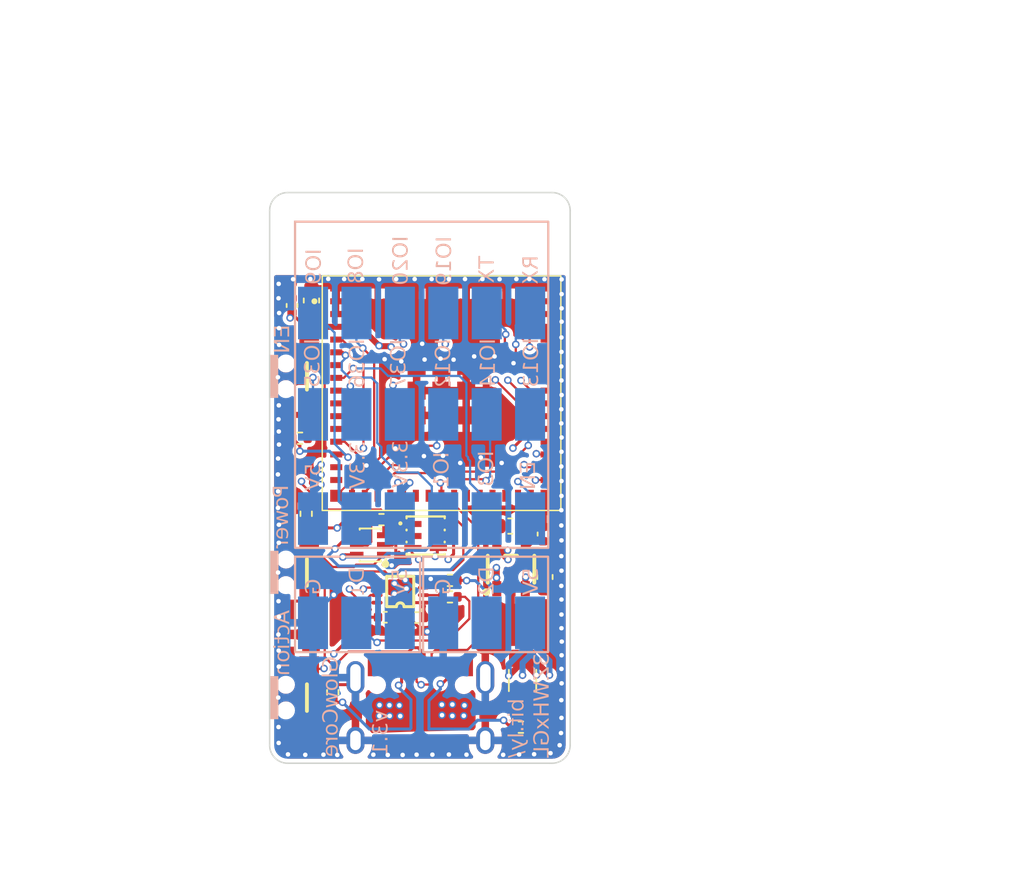
<source format=kicad_pcb>
(kicad_pcb (version 20221018) (generator pcbnew)
  (layers (0 "F.Cu" signal) (1 "In1.Cu" signal) (2 "In2.Cu" signal) (31 "B.Cu" signal) (34 "B.Paste" user) (35 "F.Paste" user) (36 "B.SilkS" user "B.Silkscreen") (37 "F.SilkS" user "F.Silkscreen") (38 "B.Mask" user) (39 "F.Mask" user) (44 "Edge.Cuts" user))
  (net 0 "")
  (net 1 "GND")
  (net 2 "+3V3")
  (net 3 "EN")
  (net 4 "VBUS")
  (net 5 "LED1 DATA OUT")
  (net 6 "LED2 DATA OUT")
  (net 7 "IO9{slash}I2C SCL")
  (net 8 "IO8{slash}I2C SDA")
  (net 9 "IO36{slash}SPI SCK")
  (net 10 "IO37{slash}SPI MI")
  (net 11 "IO35{slash}SPI MO")
  (net 12 "TXD0")
  (net 13 "RXD0")
  (net 15 "USB-C CC1")
  (net 16 "USB-C CC2")
  (net 18 "IO40{slash}STATUS LED DATA")
  (net 19 "IO39{slash}STATUS LED CLOCK")
  (net 20 "IO1{slash}POWERBUTTON")
  (net 21 "Net-(U7-BYP)")
  (net 22 "Net-(U11-1A)")
  (net 23 "Net-(U6-A1)")
  (net 25 "Net-(U6-A2)")
  (net 28 "IO0{slash}BOOT")
  (net 29 "IO3{slash}ACTIONBUTTON")
  (net 31 "IO12{slash}I2S WS")
  (net 32 "IO13{slash}I2S SCK")
  (net 33 "IO14{slash}I2S SD")
  (net 36 "IO19{slash}USB D-")
  (net 37 "IO20{slash}USB D+")
  (net 45 "IO41{slash}LED2")
  (net 46 "IO42{slash}LED1")
  (footprint "Capacitor_SMD:C_0402_1005Metric" (layer "F.Cu") (at 166.797719 86.07 -90)
    (fp_text reference "C7" hide)
    (fp_text value "10nF")
  )
  (footprint "Resistor_SMD:R_0402_1005Metric" (layer "F.Cu") (at 151.0338 84.72 90)
    (fp_text reference "R1" hide)
    (fp_text value "100K")
  )
  (footprint "Capacitor_SMD:C_0402_1005Metric" (layer "F.Cu") (at 150.0938 70.85 -90)
    (fp_text reference "C3" hide)
    (fp_text value "1uF")
  )
  (footprint "Resistor_SMD:R_0402_1005Metric" (layer "F.Cu") (at 165.3238 98.93 180)
    (fp_text reference "R7" hide)
    (fp_text value "5.1K")
  )
  (footprint "Capacitor_SMD:C_0402_1005Metric" (layer "F.Cu") (at 156.2938 91.61)
    (fp_text reference "C5" hide)
    (fp_text value "0.1uF")
  )
  (footprint "footprint:ESP32-S3-MINI-1-N8" (layer "F.Cu") (at 160.0338 76.52)
    (fp_text reference "U3" hide)
    (fp_text value "ESP32-S3-MINI-1-N4R2")
  )
  (footprint "footprint:SOT-363_L2.0-W1.3-P0.65-LS2.1-BR" (layer "F.Cu") (at 155.296761 86.7998)
    (fp_text reference "U11" hide)
    (fp_text value "74LVC2G04DW-7")
  )
  (footprint "Resistor_SMD:R_0402_1005Metric" (layer "F.Cu") (at 160.602269 89.155902)
    (fp_text reference "R11" hide)
    (fp_text value "62")
  )
  (footprint "Capacitor_SMD:C_0603_1608Metric" (layer "F.Cu") (at 164.617719 85.54 180)
    (fp_text reference "C8" hide)
    (fp_text value "10uF")
  )
  (footprint "Capacitor_SMD:C_1206_3216Metric" (layer "F.Cu") (at 165.4338 95.82 -90)
    (fp_text reference "C1" hide)
    (fp_text value "220uF")
  )
  (footprint "Capacitor_SMD:C_0603_1608Metric" (layer "F.Cu") (at 166.9238 88.93 -90)
    (fp_text reference "C6" hide)
    (fp_text value "10uF")
  )
  (footprint "Resistor_SMD:R_0402_1005Metric" (layer "F.Cu") (at 152.8038 96.61 -90)
    (fp_text reference "R6" hide)
    (fp_text value "5.1K")
  )
  (footprint "footprint:SOT-23-5_L3.0-W1.7-P0.95-LS2.8-BR" (layer "F.Cu") (at 164.66777 88.41 -90)
    (fp_text reference "U7" hide)
    (fp_text value "SPX3819M5-L-3-3_TR")
  )
  (footprint "footprint:VSSOP-8_L2.4-W2.1-P0.50-LS3.2-BR" (layer "F.Cu") (at 157.292269 89.895902)
    (fp_text reference "U6" hide)
    (fp_text value "SN74LVC2T45DCUR")
  )
  (footprint "footprint:SW-SMD_TS24CA" (layer "F.Cu") (at 149.4088 75.56514 90)
    (fp_text reference "SW3" hide)
    (fp_text value "TS24CA")
  )
  (footprint "Resistor_SMD:R_0402_1005Metric" (layer "F.Cu") (at 160.602269 90.250902)
    (fp_text reference "R10" hide)
    (fp_text value "62")
  )
  (footprint "footprint:SW-SMD_TS24CA" (layer "F.Cu") (at 149.4088 96.96 90)
    (fp_text reference "SW2" hide)
    (fp_text value "TS24CA")
  )
  (footprint "Resistor_SMD:R_0402_1005Metric" (layer "F.Cu") (at 156.0438 85.11)
    (fp_text reference "R2" hide)
    (fp_text value "100K")
  )
  (footprint "footprint:USB-3.1-SMD_U262-161N-4BVC11" (layer "F.Cu") (at 158.5338 98.517465)
    (fp_text reference "USB1" hide)
    (fp_text value "U262-161N-4BVC11")
  )
  (footprint "footprint:LED-SMD_6P-L2.0-W2.0-P0.80-TL" (layer "F.Cu") (at 158.9838 86.17)
    (fp_text reference "U1" hide)
    (fp_text value "SK9822-EC20")
  )
  (footprint "Capacitor_SMD:C_0603_1608Metric" (layer "F.Cu") (at 151.3838 70.52 -90)
    (fp_text reference "C2" hide)
    (fp_text value "10uF")
  )
  (footprint "Capacitor_SMD:C_0402_1005Metric" (layer "F.Cu") (at 158.3938 91.63 180)
    (fp_text reference "C4" hide)
    (fp_text value "0.1uF")
  )
  (footprint "footprint:SW-SMD_TS24CA" (layer "F.Cu") (at 149.4088 88.62 90)
    (fp_text reference "SW1" hide)
    (fp_text value "TS24CA")
  )
  (footprint "Resistor_SMD:R_0402_1005Metric" (layer "F.Cu") (at 150.6238 79.69)
    (fp_text reference "R8" hide)
    (fp_text value "5.1K")
  )
  (footprint "footprint:Solder pad" (layer "B.Cu") (at 162.974296 71.3 180)
    (fp_text reference "P12" hide)
    (fp_text value "Solder_Pad")
  )
  (footprint "footprint:Solder pad" (layer "B.Cu") (at 162.968016 84.99 180)
    (fp_text reference "P15" hide)
    (fp_text value "Solder_Pad")
  )
  (footprint "footprint:Solder pad" (layer "B.Cu") (at 154.299504 78.05 180)
    (fp_text reference "P9" hide)
    (fp_text value "Solder_Pad")
  )
  (footprint "footprint:Solder pad" (layer "B.Cu") (at 165.85752 84.99 180)
    (fp_text reference "P14" hide)
    (fp_text value "Solder_Pad")
  )
  (footprint "footprint:Solder pad" (layer "B.Cu") (at 154.305784 71.3 180)
    (fp_text reference "P8" hide)
    (fp_text value "Solder_Pad")
  )
  (footprint "footprint:Solder pad" (layer "B.Cu") (at 162.968016 78.05 180)
    (fp_text reference "P22" hide)
    (fp_text value "Solder_Pad")
  )
  (footprint "footprint:Solder pad" (layer "B.Cu") (at 151.41 84.99 180)
    (fp_text reference "P20" hide)
    (fp_text value "Solder_Pad")
  )
  (footprint "footprint:Solder pad" (layer "B.Cu") (at 154.299504 84.99 180)
    (fp_text reference "P17" hide)
    (fp_text value "Solder_Pad")
  )
  (footprint "footprint:Solder pad" (layer "B.Cu") (at 157.1838 91.93 180)
    (fp_text reference "P1" hide)
    (fp_text value "Solder_Pad")
  )
  (footprint "footprint:Solder pad" (layer "B.Cu") (at 160.078512 78.05 180)
    (fp_text reference "P19" hide)
    (fp_text value "Solder_Pad")
  )
  (footprint "footprint:Solder pad" (layer "B.Cu") (at 162.96628 91.93 180)
    (fp_text reference "P5" hide)
    (fp_text value "Solder_Pad")
  )
  (footprint "footprint:Solder pad" (layer "B.Cu") (at 160.07504 91.93 180)
    (fp_text reference "P6" hide)
    (fp_text value "Solder_Pad")
  )
  (footprint "footprint:Solder pad" (layer "B.Cu") (at 160.078512 84.99 180)
    (fp_text reference "P16" hide)
    (fp_text value "Solder_Pad")
  )
  (footprint "footprint:Solder pad" (layer "B.Cu") (at 151.41628 71.3 180)
    (fp_text reference "P7" hide)
    (fp_text value "Solder_Pad")
  )
  (footprint "footprint:Solder pad" (layer "B.Cu") (at 165.85752 78.05 180)
    (fp_text reference "P21" hide)
    (fp_text value "Solder_Pad")
  )
  (footprint "footprint:Solder pad" (layer "B.Cu") (at 165.8638 71.3 180)
    (fp_text reference "P13" hide)
    (fp_text value "Solder_Pad")
  )
  (footprint "footprint:Solder pad" (layer "B.Cu") (at 157.189008 84.99 180)
    (fp_text reference "P18" hide)
    (fp_text value "Solder_Pad")
  )
  (footprint "footprint:Solder pad" (layer "B.Cu") (at 154.29256 91.93 180)
    (fp_text reference "P2" hide)
    (fp_text value "Solder_Pad")
  )
  (footprint "footprint:Solder pad" (layer "B.Cu") (at 157.195288 71.3 180)
    (fp_text reference "P24" hide)
    (fp_text value "Solder_Pad")
  )
  (footprint "footprint:Solder pad" (layer "B.Cu") (at 165.85752 91.93 180)
    (fp_text reference "P4" hide)
    (fp_text value "Solder_Pad")
  )
  (footprint "footprint:Solder pad" (layer "B.Cu") (at 157.189008 78.05 180)
    (fp_text reference "P10" hide)
    (fp_text value "Solder_Pad")
  )
  (footprint "footprint:Solder pad" (layer "B.Cu") (at 151.41 91.93 180)
    (fp_text reference "P3" hide)
    (fp_text value "Solder_Pad")
  )
  (footprint "footprint:Solder pad" (layer "B.Cu") (at 160.084792 71.3 180)
    (fp_text reference "P23" hide)
    (fp_text value "Solder_Pad")
  )
  (footprint "footprint:Solder pad" (layer "B.Cu") (at 151.41 78.05 180)
    (fp_text reference "P11" hide)
    (fp_text value "Solder_Pad")
  )
  (gr_rect locked (start 148.5738 95.53) (end 149.1838 98.4) (fill solid) (layer "B.SilkS"))
  (gr_rect locked (start 150.2938 65.27) (end 167.1438 86.99) (stroke (width 0.15)) (fill none) (layer "B.SilkS"))
  (gr_rect locked (start 148.5838 87.185) (end 149.1938 90.055) (fill solid) (layer "B.SilkS"))
  (gr_rect locked (start 150.2938 87.58) (end 158.6138 93.93) (stroke (width 0.15)) (fill none) (layer "B.SilkS"))
  (gr_rect locked (start 158.8138 87.58) (end 167.1338 93.93) (stroke (width 0.15)) (fill none) (layer "B.SilkS"))
  (gr_rect locked (start 148.5638 74.135) (end 149.1738 77.005) (fill solid) (layer "B.SilkS"))
  (gr_arc locked (start 168.602328 100.13) (mid 168.250856 100.978528) (end 167.402328 101.33) (stroke (width 0.1)) (layer "Edge.Cuts"))
  (gr_line locked (start 167.402328 63.33) (end 149.802328 63.33) (stroke (width 0.1)) (layer "Edge.Cuts"))
  (gr_arc locked (start 149.802328 101.33) (mid 148.9538 100.978528) (end 148.602328 100.13) (stroke (width 0.1)) (layer "Edge.Cuts"))
  (gr_line locked (start 168.602328 100.13) (end 168.602328 64.53) (stroke (width 0.1)) (layer "Edge.Cuts"))
  (gr_line locked (start 149.802328 101.33) (end 167.402328 101.33) (stroke (width 0.1)) (layer "Edge.Cuts"))
  (gr_arc locked (start 148.602328 64.53) (mid 148.9538 63.681472) (end 149.802328 63.33) (stroke (width 0.1)) (layer "Edge.Cuts"))
  (gr_arc locked (start 167.402328 63.33) (mid 168.250856 63.681472) (end 168.602328 64.53) (stroke (width 0.1)) (layer "Edge.Cuts"))
  (gr_line locked (start 148.602328 64.53) (end 148.602328 100.13) (stroke (width 0.1)) (layer "Edge.Cuts"))
  (gr_text locked "TX" (at 163.6838 68.46 90) (layer "B.SilkS") (effects (font (size 1 1)) (justify bottom mirror)))
  (gr_text locked "Power" (at 149.9938 84.91 90) (layer "B.SilkS") (effects (font (size 1 1)) (justify bottom mirror)))
  (gr_text locked "Action" (at 150.0738 93.32 90) (layer "B.SilkS") (effects (font (size 1 1)) (justify bottom mirror)))
  (gr_text locked "IO9" (at 152.1738 68.27 90) (layer "B.SilkS") (effects (font (size 1 1)) (justify bottom mirror)))
  (gr_text locked "G" (at 152.1438 89.581968 90) (layer "B.SilkS") (effects (font (size 1 1)) (justify bottom mirror)))
  (gr_text locked "GlowCore" (at 153.2938 97.56 90) (layer "B.SilkS") (effects (font (size 1 1)) (justify bottom mirror)))
  (gr_text locked "IO37" (at 157.8038 74.73 90) (layer "B.SilkS") (effects (font (size 1 1)) (justify bottom mirror)))
  (gr_text locked "IO12" (at 160.7838 74.7 90) (layer "B.SilkS") (effects (font (size 1 1)) (justify bottom mirror)))
  (gr_text locked "3.3V" (at 155.0938 83.06 90) (layer "B.SilkS") (effects (font (size 1 1)) (justify right bottom mirror)))
  (gr_text locked "5V" (at 157.9038 89.29 90) (layer "B.SilkS") (effects (font (size 1 1)) (justify bottom mirror)))
  (gr_text locked "IO19" (at 160.8438 67.89 90) (layer "B.SilkS") (effects (font (size 1 1)) (justify bottom mirror)))
  (gr_text locked "D1" (at 155.0438 89.244424 90) (layer "B.SilkS") (effects (font (size 1 1)) (justify bottom mirror)))
  (gr_text locked "IO20" (at 157.9538 67.86 90) (layer "B.SilkS") (effects (font (size 1 1)) (justify bottom mirror)))
  (gr_text locked "EN" (at 150.0738 73.09 90) (layer "B.SilkS") (effects (font (size 1 1)) (justify bottom mirror)))
  (gr_text locked "IO14" (at 163.7638 74.69 90) (layer "B.SilkS") (effects (font (size 1 1)) (justify bottom mirror)))
  (gr_text locked "bit.ly/\n3ZWHxGL" (at 167.3438 100.97 90) (layer "B.SilkS") (effects (font (size 1 1)) (justify right bottom mirror)))
  (gr_text locked "RX" (at 166.6038 68.48 90) (layer "B.SilkS") (effects (font (size 1 1)) (justify bottom mirror)))
  (gr_text locked "IO8" (at 154.9838 68.2 90) (layer "B.SilkS") (effects (font (size 1 1)) (justify bottom mirror)))
  (gr_text locked "IO1" (at 160.6738 81.8 90) (layer "B.SilkS") (effects (font (size 1 1)) (justify bottom mirror)))
  (gr_text locked "IO13" (at 166.6338 74.66 90) (layer "B.SilkS") (effects (font (size 1 1)) (justify bottom mirror)))
  (gr_text locked "v3.1" (at 156.6138 100.83 90) (layer "B.SilkS") (effects (font (size 1 1)) (justify right bottom mirror)))
  (gr_text locked "EN" (at 166.4338 82.17 90) (layer "B.SilkS") (effects (font (size 1 1)) (justify bottom mirror)))
  (gr_text locked "IO3" (at 163.6438 81.72 90) (layer "B.SilkS") (effects (font (size 1 1)) (justify bottom mirror)))
  (gr_text locked "5V" (at 166.6138 89.23 90) (layer "B.SilkS") (effects (font (size 1 1)) (justify bottom mirror)))
  (gr_text locked "IO36" (at 155.0538 74.7 90) (layer "B.SilkS") (effects (font (size 1 1)) (justify bottom mirror)))
  (gr_text locked "D2" (at 163.6738 89.210719 90) (layer "B.SilkS") (effects (font (size 1 1)) (justify bottom mirror)))
  (gr_text locked "3.3V" (at 157.9438 83 90) (layer "B.SilkS") (effects (font (size 1 1)) (justify right bottom mirror)))
  (gr_text locked "G" (at 160.7938 89.58 90) (layer "B.SilkS") (effects (font (size 1 1)) (justify bottom mirror)))
  (gr_text locked "5V" (at 152.1338 83.19 90) (layer "B.SilkS") (effects (font (size 1 1)) (justify right bottom mirror)))
  (gr_text locked "IO35" (at 152.0838 74.69 90) (layer "B.SilkS") (effects (font (size 1 1)) (justify bottom mirror)))
  (segment (start 156.76397 86.799698) (end 156.196685 86.799698) (width 0.2) (layer "F.Cu") (net 1))
  (segment (start 152.8038 96.1) (end 153.843632 96.1) (width 0.2) (layer "F.Cu") (net 1))
  (segment (start 157.9138 91.672965) (end 158.800835 92.56) (width 0.2) (layer "F.Cu") (net 1))
  (segment (start 156.996685 87.819601) (end 156.7238 88.092486) (width 0.2) (layer "F.Cu") (net 1))
  (segment (start 156.547322 80.371498) (end 155.414358 81.504462) (width 0.15) (layer "F.Cu") (net 1))
  (segment (start 153.056064 89.137736) (end 152.869258 89.324542) (width 0.15) (layer "F.Cu") (net 1))
  (segment (start 155.742358 89.137736) (end 153.056064 89.137736) (width 0.15) (layer "F.Cu") (net 1))
  (segment (start 155.043149 81.510651) (end 155.043149 81.504462) (width 0.127) (layer "F.Cu") (net 1))
  (segment (start 159.242518 89.137736) (end 159.322769 89.057485) (width 0.2) (layer "F.Cu") (net 1))
  (segment (start 156.963734 86.599934) (end 156.76397 86.799698) (width 0.2) (layer "F.Cu") (net 1))
  (segment (start 153.843632 96.1) (end 154.313759 95.629873) (width 0.2) (layer "F.Cu") (net 1))
  (segment (start 158.800835 92.56) (end 159.0938 92.56) (width 0.2) (layer "F.Cu") (net 1))
  (segment (start 155.414358 81.504462) (end 155.043149 81.504462) (width 0.15) (layer "F.Cu") (net 1))
  (segment (start 156.7238 88.092486) (end 156.7238 88.16) (width 0.2) (layer "F.Cu") (net 1))
  (segment (start 157.9138 91.63) (end 157.9138 91.672965) (width 0.2) (layer "F.Cu") (net 1))
  (segment (start 156.7738 91.61) (end 156.7738 91.652965) (width 0.2) (layer "F.Cu") (net 1))
  (segment (start 150.271361 90.532439) (end 149.6138 91.19) (width 0.2) (layer "F.Cu") (net 1))
  (segment (start 156.7738 91.61) (end 157.8938 91.61) (width 0.2) (layer "F.Cu") (net 1))
  (segment (start 158.1362 86.199972) (end 157.363696 86.199972) (width 0.2) (layer "F.Cu") (net 1))
  (segment (start 152.869258 89.324542) (end 152.869258 90.12) (width 0.15) (layer "F.Cu") (net 1))
  (segment (start 157.8938 91.61) (end 157.9138 91.63) (width 0.2) (layer "F.Cu") (net 1))
  (segment (start 156.996685 86.632885) (end 156.996685 87.819601) (width 0.2) (layer "F.Cu") (net 1))
  (segment (start 156.963734 86.599934) (end 156.996685 86.632885) (width 0.2) (layer "F.Cu") (net 1))
  (segment (start 156.967887 80.371498) (end 156.547322 80.371498) (width 0.15) (layer "F.Cu") (net 1))
  (segment (start 151.241271 90.532439) (end 150.271361 90.532439) (width 0.2) (layer "F.Cu") (net 1))
  (segment (start 153.0338 83.52) (end 155.043149 81.510651) (width 0.127) (layer "F.Cu") (net 1))
  (segment (start 157.363696 86.199972) (end 156.963734 86.599934) (width 0.2) (layer "F.Cu") (net 1))
  (segment (start 158.84218 89.137736) (end 159.242518 89.137736) (width 0.2) (layer "F.Cu") (net 1))
  (segment (start 150.58371 78.13514) (end 149.6138 78.13514) (width 0.4) (layer "F.Cu") (net 1))
  (segment (start 151.241271 77.477579) (end 150.58371 78.13514) (width 0.15) (layer "F.Cu") (net 1))
  (via (at 157.4538 100.78) (size 0.5) (drill 0.3) (layers "F.Cu" "B.Cu") (net 1))
  (via (at 168.0338 71.04) (size 0.5) (drill 0.3) (layers "F.Cu" "B.Cu") (net 1))
  (via (at 168.0238 80.59) (size 0.5) (drill 0.3) (layers "F.Cu" "B.Cu") (net 1))
  (via (at 159.9738 74.39) (size 0.5) (drill 0.3) (layers "F.Cu" "B.Cu") (net 1))
  (via (at 168.0338 79.64) (size 0.5) (drill 0.3) (layers "F.Cu" "B.Cu") (net 1))
  (via (at 149.1938 78.43) (size 0.5) (drill 0.3) (layers "F.Cu" "B.Cu") (net 1))
  (via (at 162.2138 74.2405) (size 0.5) (drill 0.3) (layers "F.Cu" "B.Cu") (net 1))
  (via (at 168.0138 78.7) (size 0.5) (drill 0.3) (layers "F.Cu" "B.Cu") (net 1))
  (via (at 149.2238 72.36) (size 0.5) (drill 0.3) (layers "F.Cu" "B.Cu") (net 1))
  (via (at 162.7638 69.09) (size 0.5) (drill 0.3) (layers "F.Cu" "B.Cu") (net 1))
  (via (at 149.1738 96.96) (size 0.5) (drill 0.3) (layers "F.Cu" "B.Cu") (net 1))
  (via (at 168.0138 89.52) (size 0.5) (drill 0.3) (layers "F.Cu" "B.Cu") (net 1))
  (via (at 157.3638 74.57) (size 0.5) (drill 0.3) (layers "F.Cu" "B.Cu") (net 1))
  (via (at 165.0238 69.09) (size 0.5) (drill 0.3) (layers "F.Cu" "B.Cu") (net 1))
  (via (at 164.044027 81.336) (size 0.5) (drill 0.3) (layers "F.Cu" "B.Cu") (net 1))
  (via (at 168.0238 75.84) (size 0.5) (drill 0.3) (layers "F.Cu" "B.Cu") (net 1))
  (via (at 149.2138 77.5) (size 0.5) (drill 0.3) (layers "F.Cu" "B.Cu") (net 1))
  (via (at 168.0138 87.54) (size 0.5) (drill 0.3) (layers "F.Cu" "B.Cu") (net 1))
  (via (at 160.5238 69.09) (size 0.5) (drill 0.3) (layers "F.Cu" "B.Cu") (net 1))
  (via (at 168.0338 71.93) (size 0.5) (drill 0.3) (layers "F.Cu" "B.Cu") (net 1))
  (via (at 168.0238 95.05) (size 0.5) (drill 0.3) (layers "F.Cu" "B.Cu") (net 1))
  (via (at 149.1538 75.63) (size 0.5) (drill 0.3) (layers "F.Cu" "B.Cu") (net 1))
  (via (at 155.5038 100.76) (size 0.5) (drill 0.3) (layers "F.Cu" "B.Cu") (net 1))
  (via (at 166.8938 69.1) (size 0.5) (drill 0.3) (layers "F.Cu" "B.Cu") (net 1))
  (via (at 168.0338 94.14) (size 0.5) (drill 0.3) (layers "F.Cu" "B.Cu") (net 1))
  (via (at 156.254451 74.426186) (size 0.5) (drill 0.3) (layers "F.Cu" "B.Cu") (net 1))
  (via (at 161.2867 81.336) (size 0.5) (drill 0.3) (layers "F.Cu" "B.Cu") (net 1))
  (via (at 167.9938 99.32) (size 0.5) (drill 0.3) (layers "F.Cu" "B.Cu") (net 1))
  (via (at 156.4638 100.78) (size 0.5) (drill 0.3) (layers "F.Cu" "B.Cu") (net 1))
  (via (at 168.0138 84.48) (size 0.5) (drill 0.3) (layers "F.Cu" "B.Cu") (net 1))
  (via (at 154.7738 69.09) (size 0.5) (drill 0.3) (layers "F.Cu" "B.Cu") (net 1))
  (via (at 149.2238 85.45) (size 0.5) (drill 0.3) (layers "F.Cu" "B.Cu") (net 1))
  (via (at 149.1938 90.54) (size 0.5) (drill 0.3) (layers "F.Cu" "B.Cu") (net 1))
  (via (at 168.0138 97.13) (size 0.5) (drill 0.3) (layers "F.Cu" "B.Cu") (net 1))
  (via (at 168.0138 81.57) (size 0.5) (drill 0.3) (layers "F.Cu" "B.Cu") (net 1))
  (via (at 149.1638 81.04) (size 0.5) (drill 0.3) (layers "F.Cu" "B.Cu") (net 1))
  (via (at 166.2038 100.73) (size 0.5) (drill 0.3) (layers "F.Cu" "B.Cu") (net 1))
  (via (at 167.9038 100.13) (size 0.5) (drill 0.3) (layers "F.Cu" "B.Cu") (net 1))
  (via (at 168.0238 83.53) (size 0.5) (drill 0.3) (layers "F.Cu" "B.Cu") (net 1))
  (via (at 164.832567 74.691233) (size 0.5) (drill 0.3) (layers "F.Cu" "B.Cu") (net 1))
  (via (at 149.1538 82.1) (size 0.5) (drill 0.3) (layers "F.Cu" "B.Cu") (net 1))
  (via (at 168.0238 82.54) (size 0.5) (drill 0.3) (layers "F.Cu" "B.Cu") (net 1))
  (via (at 157.0238 69.09) (size 0.5) (drill 0.3) (layers "F.Cu" "B.Cu") (net 1))
  (via (at 153.5638 69.09) (size 0.5) (drill 0.3) (layers "F.Cu" "B.Cu") (net 1))
  (via (at 155.043149 81.504462) (size 0.5) (drill 0.3) (layers "F.Cu" "B.Cu") (net 1))
  (via (at 149.2238 91.58) (size 0.5) (drill 0.3) (layers "F.Cu" "B.Cu") (net 1))
  (via (at 168.0238 88.51) (size 0.5) (drill 0.3) (layers "F.Cu" "B.Cu") (net 1))
  (via (at 152.869258 90.12) (size 0.5) (drill 0.3) (layers "F.Cu" "B.Cu") (net 1))
  (via (at 156.967887 80.371498) (size 0.5) (drill 0.3) (layers "F.Cu" "B.Cu") (net 1))
  (via (at 159.3838 69.09) (size 0.5) (drill 0.3) (layers "F.Cu" "B.Cu") (net 1))
  (via (at 164.1438 100.77) (size 0.5) (drill 0.3) (layers "F.Cu" "B.Cu") (net 1))
  (via (at 149.2238 80.11) (size 0.5) (drill 0.3) (layers "F.Cu" "B.Cu") (net 1))
  (via (at 161.7038 100.76) (size 0.5) (drill 0.3) (layers "F.Cu" "B.Cu") (net 1))
  (via (at 168.0338 69.11) (size 0.5) (drill 0.3) (layers "F.Cu" "B.Cu") (net 1))
  (via (at 168.0338 76.81) (size 0.5) (drill 0.3) (layers "F.Cu" "B.Cu") (net 1))
  (via (at 168.0338 70.09) (size 0.5) (drill 0.3) (layers "F.Cu" "B.Cu") (net 1))
  (via (at 150.9738 100.77) (size 0.5) (drill 0.3) (layers "F.Cu" "B.Cu") (net 1))
  (via (at 149.1838 92.76) (size 0.5) (drill 0.3) (layers "F.Cu" "B.Cu") (net 1))
  (via (at 153.1038 100.78) (size 0.5) (drill 0.3) (layers "F.Cu" "B.Cu") (net 1))
  (via (at 160.8438 74.46) (size 0.5) (drill 0.3) (layers "F.Cu" "B.Cu") (net 1))
  (via (at 152.5038 69.08) (size 0.5) (drill 0.3) (layers "F.Cu" "B.Cu") (net 1))
  (via (at 149.2038 93.83) (size 0.5) (drill 0.3) (layers "F.Cu" "B.Cu") (net 1))
  (via (at 168.0238 90.43) (size 0.5) (drill 0.3) (layers "F.Cu" "B.Cu") (net 1))
  (via (at 158.3838 100.76) (size 0.5) (drill 0.3) (layers "F.Cu" "B.Cu") (net 1))
  (via (at 159.4338 100.76) (size 0.5) (drill 0.3) (layers "F.Cu" "B.Cu") (net 1))
  (via (at 151.3138 69.09) (size 0.5) (drill 0.3) (layers "F.Cu" "B.Cu") (net 1))
  (via (at 149.2138 86.65) (size 0.5) (drill 0.3) (layers "F.Cu" "B.Cu") (net 1))
  (via (at 149.1638 83.23) (size 0.5) (drill 0.3) (layers "F.Cu" "B.Cu") (net 1))
  (via (at 165.8838 69.09) (size 0.5) (drill 0.3) (layers "F.Cu" "B.Cu") (net 1))
  (via (at 161.6038 69.09) (size 0.5) (drill 0.3) (layers "F.Cu" "B.Cu") (net 1))
  (via (at 165.2038 100.75) (size 0.5) (drill 0.3) (layers "F.Cu" "B.Cu") (net 1))
  (via (at 149.2138 79.24) (size 0.5) (drill 0.3) (layers "F.Cu" "B.Cu") (net 1))
  (via (at 152.1838 100.76) (size 0.5) (drill 0.3) (layers "F.Cu" "B.Cu") (net 1))
  (via (at 168.0238 98.31) (size 0.5) (drill 0.3) (layers "F.Cu" "B.Cu") (net 1))
  (via (at 149.1538 84.33) (size 0.5) (drill 0.3) (layers "F.Cu" "B.Cu") (net 1))
  (via (at 158.7538 73.4) (size 0.5) (drill 0.3) (layers "F.Cu" "B.Cu") (net 1))
  (via (at 155.8838 69.11) (size 0.5) (drill 0.3) (layers "F.Cu" "B.Cu") (net 1))
  (via (at 158.9138 74.45) (size 0.5) (drill 0.3) (layers "F.Cu" "B.Cu") (net 1))
  (via (at 160.137862 80.859906) (size 0.5) (drill 0.3) (layers "F.Cu" "B.Cu") (net 1))
  (via (at 149.1938 98.92) (size 0.5) (drill 0.3) (layers "F.Cu" "B.Cu") (net 1))
  (via (at 168.0238 72.98) (size 0.5) (drill 0.3) (layers "F.Cu" "B.Cu") (net 1))
  (via (at 149.2038 99.98) (size 0.5) (drill 0.3) (layers "F.Cu" "B.Cu") (net 1))
  (via (at 159.0938 92.56) (size 0.5) (drill 0.3) (layers "F.Cu" "B.Cu") (net 1))
  (via (at 168.0238 73.94) (size 0.5) (drill 0.3) (layers "F.Cu" "B.Cu") (net 1))
  (via (at 162.655033 80.971233) (size 0.5) (drill 0.3) (layers "F.Cu" "B.Cu") (net 1))
  (via (at 168.0138 74.91) (size 0.5) (drill 0.3) (layers "F.Cu" "B.Cu") (net 1))
  (via (at 167.2938 100.66) (size 0.5) (drill 0.3) (layers "F.Cu" "B.Cu") (net 1))
  (via (at 158.870791 80.880999) (size 0.5) (drill 0.3) (layers "F.Cu" "B.Cu") (net 1))
  (via (at 149.8238 100.74) (size 0.5) (drill 0.3) (layers "F.Cu" "B.Cu") (net 1))
  (via (at 163.571469 74.2405) (size 0.5) (drill 0.3) (layers "F.Cu" "B.Cu") (net 1))
  (via (at 168.0338 96.01) (size 0.5) (drill 0.3) (layers "F.Cu" "B.Cu") (net 1))
  (via (at 149.2138 94.9) (size 0.5) (drill 0.3) (layers "F.Cu" "B.Cu") (net 1))
  (via (at 168.0138 77.76) (size 0.5) (drill 0.3) (layers "F.Cu" "B.Cu") (net 1))
  (via (at 168.0138 85.5) (size 0.5) (drill 0.3) (layers "F.Cu" "B.Cu") (net 1))
  (via (at 160.5338 100.75) (size 0.5) (drill 0.3) (layers "F.Cu" "B.Cu") (net 1))
  (via (at 158.2538 69.09) (size 0.5) (drill 0.3) (layers "F.Cu" "B.Cu") (net 1))
  (via (at 159.322769 89.057485) (size 0.5) (drill 0.3) (layers "F.Cu" "B.Cu") (net 1))
  (via (at 149.1638 88.63) (size 0.5) (drill 0.3) (layers "F.Cu" "B.Cu") (net 1))
  (via (at 168.0238 92.34) (size 0.5) (drill 0.3) (layers "F.Cu" "B.Cu") (net 1))
  (via (at 149.1938 70.37) (size 0.5) (drill 0.3) (layers "F.Cu" "B.Cu") (net 1))
  (via (at 168.0238 91.43) (size 0.5) (drill 0.3) (layers "F.Cu" "B.Cu") (net 1))
  (via (at 149.2338 73.47) (size 0.5) (drill 0.3) (layers "F.Cu" "B.Cu") (net 1))
  (via (at 149.2038 69.41) (size 0.5) (drill 0.3) (layers "F.Cu" "B.Cu") (net 1))
  (via (at 156.7238 88.16) (size 0.5) (drill 0.3) (layers "F.Cu" "B.Cu") (net 1))
  (via (at 163.9038 69.1) (size 0.5) (drill 0.3) (layers "F.Cu" "B.Cu") (net 1))
  (via (at 168.0438 93.23) (size 0.5) (drill 0.3) (layers "F.Cu" "B.Cu") (net 1))
  (via (at 149.2338 71.35) (size 0.5) (drill 0.3) (layers "F.Cu" "B.Cu") (net 1))
  (via (at 150.1638 69.1) (size 0.5) (drill 0.3) (layers "F.Cu" "B.Cu") (net 1))
  (via (at 168.0238 86.49) (size 0.5) (drill 0.3) (layers "F.Cu" "B.Cu") (net 1))
  (segment (start 160.15124 89.885956) (end 160.15124 91.9808) (width 0.2) (layer "B.Cu") (net 1))
  (segment (start 151.4862 91.9808) (end 151.4862 91.503058) (width 0.2) (layer "B.Cu") (net 1))
  (segment (start 151.4862 91.503058) (end 152.869258 90.12) (width 0.2) (layer "B.Cu") (net 1))
  (segment (start 159.322769 89.057485) (end 160.15124 89.885956) (width 0.2) (layer "B.Cu") (net 1))
  (segment (start 155.3338 85.31) (end 155.5338 85.11) (width 0.2) (layer "F.Cu") (net 2))
  (segment (start 152.3588 72.27) (end 151.3838 71.295) (width 0.4) (layer "F.Cu") (net 2))
  (segment (start 152.487272 85.663472) (end 153.09815 85.663472) (width 0.2) (layer "F.Cu") (net 2))
  (segment (start 155.8138 91.61) (end 155.3138 91.61) (width 0.2) (layer "F.Cu") (net 2))
  (segment (start 163.717859 87.109898) (end 164.0338 87.109898) (width 0.4) (layer "F.Cu") (net 2))
  (segment (start 153.651622 85.11) (end 153.09815 85.663472) (width 0.2) (layer "F.Cu") (net 2))
  (segment (start 164.0338 87.34) (end 164.4638 87.77) (width 0.4) (layer "F.Cu") (net 2))
  (segment (start 150.613813 80.190013) (end 150.613813 80.55) (width 0.2) (layer "F.Cu") (net 2))
  (segment (start 163.842719 85.54) (end 163.7038 85.678919) (width 0.4) (layer "F.Cu") (net 2))
  (segment (start 164.0338 87.109898) (end 164.403698 87.109898) (width 0.4) (layer "F.Cu") (net 2))
  (segment (start 155.9138 73.56) (end 156.6338 73.56) (width 0.4) (layer "F.Cu") (net 2))
  (segment (start 163.7038 85.678919) (end 163.7038 86.846119) (width 0.4) (layer "F.Cu") (net 2))
  (segment (start 163.842719 86.985038) (end 163.717859 87.109898) (width 0.2) (layer "F.Cu") (net 2))
  (segment (start 155.5338 85.11) (end 153.651622 85.11) (width 0.2) (layer "F.Cu") (net 2))
  (segment (start 155.8138 91.61) (end 155.8138 90.709305) (width 0.2) (layer "F.Cu") (net 2))
  (segment (start 154.703876 86.799898) (end 155.113902 86.799898) (width 0.2) (layer "F.Cu") (net 2))
  (segment (start 150.1138 79.69) (end 150.613813 80.190013) (width 0.2) (layer "F.Cu") (net 2))
  (segment (start 151.0338 84.21) (end 152.487272 85.663472) (width 0.2) (layer "F.Cu") (net 2))
  (segment (start 164.403698 87.109898) (end 164.4438 87.15) (width 0.4) (layer "F.Cu") (net 2))
  (segment (start 156.6338 73.56) (end 156.6838 73.61) (width 0.4) (layer "F.Cu") (net 2))
  (segment (start 153.0338 72.27) (end 154.6238 72.27) (width 0.4) (layer "F.Cu") (net 2))
  (segment (start 155.3338 86.58) (end 155.3338 85.31) (width 0.2) (layer "F.Cu") (net 2))
  (segment (start 164.0338 87.109898) (end 164.0338 87.34) (width 0.4) (layer "F.Cu") (net 2))
  (segment (start 150.1138 79.69) (end 150.1138 79.56) (width 0.2) (layer "F.Cu") (net 2))
  (segment (start 153.0338 72.27) (end 152.3588 72.27) (width 0.4) (layer "F.Cu") (net 2))
  (segment (start 155.8138 90.709305) (end 155.742358 90.637863) (width 0.2) (layer "F.Cu") (net 2))
  (segment (start 155.9138 73.56) (end 155.8838 73.53) (width 0.2) (layer "F.Cu") (net 2))
  (segment (start 154.6238 72.27) (end 155.8838 73.53) (width 0.4) (layer "F.Cu") (net 2))
  (segment (start 163.7038 86.846119) (end 163.842719 86.985038) (width 0.4) (layer "F.Cu") (net 2))
  (segment (start 155.113902 86.799898) (end 155.3338 86.58) (width 0.2) (layer "F.Cu") (net 2))
  (segment (start 155.3138 91.61) (end 152.8738 94.05) (width 0.2) (layer "F.Cu") (net 2))
  (via (at 153.09815 85.663472) (size 0.5) (drill 0.3) (layers "F.Cu" "B.Cu") (net 2))
  (via (at 152.8738 94.05) (size 0.5) (drill 0.3) (layers "F.Cu" "B.Cu") (net 2))
  (via (at 150.613813 80.55) (size 0.5) (drill 0.3) (layers "F.Cu" "B.Cu") (net 2))
  (via (at 155.8838 73.53) (size 0.5) (drill 0.3) (layers "F.Cu" "B.Cu") (net 2))
  (via (at 156.6838 73.61) (size 0.5) (drill 0.3) (layers "F.Cu" "B.Cu") (net 2))
  (via (at 164.4638 87.77) (size 0.5) (drill 0.3) (layers "F.Cu" "B.Cu") (net 2))
  (via (at 157.138985 82.638198) (size 0.5) (drill 0.3) (layers "F.Cu" "B.Cu") (net 2))
  (via (at 164.4438 87.15) (size 0.5) (drill 0.3) (layers "F.Cu" "B.Cu") (net 2))
  (via (at 157.9238 82.65) (size 0.5) (drill 0.3) (layers "F.Cu" "B.Cu") (net 2))
  (segment (start 157.265208 83.308592) (end 157.9238 82.65) (width 0.4) (layer "B.Cu") (net 2))
  (segment (start 157.265208 82.764421) (end 157.138985 82.638198) (width 0.4) (layer "B.Cu") (net 2))
  (segment (start 153.222693 81.194583) (end 152.57811 80.55) (width 0.2) (layer "B.Cu") (net 2))
  (segment (start 157.265208 85.0408) (end 154.375704 85.0408) (width 1) (layer "B.Cu") (net 2))
  (segment (start 157.265208 85.0408) (end 157.265208 83.308592) (width 0.4) (layer "B.Cu") (net 2))
  (segment (start 154.375704 85.0408) (end 153.222693 83.887789) (width 0.2) (layer "B.Cu") (net 2))
  (segment (start 152.57811 80.55) (end 150.613813 80.55) (width 0.2) (layer "B.Cu") (net 2))
  (segment (start 153.222693 83.887789) (end 153.222693 81.194583) (width 0.2) (layer "B.Cu") (net 2))
  (segment (start 157.265208 85.0408) (end 157.265208 82.764421) (width 0.4) (layer "B.Cu") (net 2))
  (segment (start 151.233743 72.539943) (end 151.233743 73.652574) (width 0.2) (layer "F.Cu") (net 3))
  (segment (start 149.9638 71.46) (end 150.0938 71.33) (width 0.15) (layer "F.Cu") (net 3))
  (segment (start 152.2638 74.682631) (end 151.233743 73.652574) (width 0.15) (layer "F.Cu") (net 3))
  (segment (start 150.0938 71.33) (end 150.0938 71.4) (width 0.2) (layer "F.Cu") (net 3))
  (segment (start 165.9038 71.15) (end 165.9038 73.61) (width 0.15) (layer "F.Cu") (net 3))
  (segment (start 149.9638 71.675638) (end 149.9638 71.46) (width 0.15) (layer "F.Cu") (net 3))
  (segment (start 152.2638 78.56) (end 152.2638 74.682631) (width 0.15) (layer "F.Cu") (net 3))
  (segment (start 166.4838 70.57) (end 165.9038 71.15) (width 0.15) (layer "F.Cu") (net 3))
  (segment (start 150.0938 71.4) (end 151.233743 72.539943) (width 0.2) (layer "F.Cu") (net 3))
  (segment (start 151.1338 79.56) (end 151.1338 79.69) (width 0.15) (layer "F.Cu") (net 3))
  (segment (start 151.1338 79.69) (end 152.2638 78.56) (width 0.15) (layer "F.Cu") (net 3))
  (segment (start 167.0338 70.57) (end 166.4838 70.57) (width 0.15) (layer "F.Cu") (net 3))
  (via (at 165.9038 73.61) (size 0.5) (drill 0.3) (layers "F.Cu" "B.Cu") (net 3))
  (via (at 165.1238 82.57) (size 0.5) (drill 0.3) (layers "F.Cu" "B.Cu") (net 3))
  (via (at 149.9638 71.675638) (size 0.5) (drill 0.3) (layers "F.Cu" "B.Cu") (net 3))
  (segment (start 165.93372 83.37992) (end 165.1238 82.57) (width 0.15) (layer "B.Cu") (net 3))
  (segment (start 165.93372 85.0408) (end 165.93372 83.37992) (width 0.15) (layer "B.Cu") (net 3))
  (segment (start 160.8438 86.67) (end 160.8438 87.4) (width 0.2) (layer "F.Cu") (net 4))
  (segment (start 156.3238 95.63) (end 156.5738 95.88) (width 0.2) (layer "F.Cu") (net 4))
  (segment (start 158.84218 90.637863) (end 158.84218 91.59838) (width 0.2) (layer "F.Cu") (net 4))
  (segment (start 165.617783 88.966017) (end 165.6438 88.94) (width 0.2) (layer "F.Cu") (net 4))
  (segment (start 159.761381 86.199972) (end 160.373772 86.199972) (width 0.2) (layer "F.Cu") (net 4))
  (segment (start 165.4338 94.52) (end 166.3638 95.45) (width 0.4) (layer "F.Cu") (net 4))
  (segment (start 165.4338 94.59) (end 164.5138 95.51) (width 0.4) (layer "F.Cu") (net 4))
  (segment (start 165.4338 94.345) (end 165.4338 94.59) (width 0.2) (layer "F.Cu") (net 4))
  (segment (start 163.717859 89.710102) (end 163.717859 88.334059) (width 0.4) (layer "F.Cu") (net 4))
  (segment (start 158.84218 91.59838) (end 158.8738 91.63) (width 0.2) (layer "F.Cu") (net 4))
  (segment (start 163.717859 88.334059) (end 163.6938 88.31) (width 0.2) (layer "F.Cu") (net 4))
  (segment (start 160.7638 96.07) (end 160.7638 97.42) (width 0.2) (layer "F.Cu") (net 4))
  (segment (start 165.617783 89.710102) (end 165.617783 88.966017) (width 0.4) (layer "F.Cu") (net 4))
  (segment (start 158.267173 90.637863) (end 157.7138 90.08449) (width 0.2) (layer "F.Cu") (net 4))
  (segment (start 156.5738 95.88) (end 156.5738 97.47) (width 0.2) (layer "F.Cu") (net 4))
  (segment (start 160.823805 95.840045) (end 160.823805 96.009995) (width 0.2) (layer "F.Cu") (net 4))
  (segment (start 156.233749 94.887429) (end 156.233749 95.539949) (width 0.2) (layer "F.Cu") (net 4))
  (segment (start 158.84218 90.637863) (end 158.267173 90.637863) (width 0.2) (layer "F.Cu") (net 4))
  (segment (start 156.233749 95.539949) (end 156.3238 95.63) (width 0.2) (layer "F.Cu") (net 4))
  (segment (start 160.8438 87.4) (end 160.4838 87.76) (width 0.2) (layer "F.Cu") (net 4))
  (segment (start 161.033851 94.887429) (end 161.033851 95.629999) (width 0.2) (layer "F.Cu") (net 4))
  (segment (start 157.7138 90.08449) (end 157.7138 89.7) (width 0.2) (layer "F.Cu") (net 4))
  (segment (start 166.1088 94.345) (end 167.2238 95.46) (width 0.4) (layer "F.Cu") (net 4))
  (segment (start 160.823805 96.009995) (end 160.7638 96.07) (width 0.2) (layer "F.Cu") (net 4))
  (segment (start 165.4338 94.345) (end 166.1088 94.345) (width 0.2) (layer "F.Cu") (net 4))
  (segment (start 165.622885 89.705) (end 165.617783 89.710102) (width 0.2) (layer "F.Cu") (net 4))
  (segment (start 160.373772 86.199972) (end 160.8438 86.67) (width 0.2) (layer "F.Cu") (net 4))
  (segment (start 163.717859 89.710102) (end 163.717859 88.994059) (width 0.4) (layer "F.Cu") (net 4))
  (segment (start 163.717859 88.994059) (end 163.7038 88.98) (width 0.2) (layer "F.Cu") (net 4))
  (segment (start 165.4338 94.345) (end 165.4338 94.52) (width 0.2) (layer "F.Cu") (net 4))
  (segment (start 161.033851 95.629999) (end 160.823805 95.840045) (width 0.2) (layer "F.Cu") (net 4))
  (segment (start 165.4338 94.345) (end 165.4338 95.47) (width 0.4) (layer "F.Cu") (net 4))
  (segment (start 166.9238 89.705) (end 165.622885 89.705) (width 0.2) (layer "F.Cu") (net 4))
  (via (at 156.5938 98.18) (size 0.5) (drill 0.3) (layers "F.Cu" "B.Cu") (net 4))
  (via (at 166.3638 95.45) (size 0.5) (drill 0.3) (layers "F.Cu" "B.Cu") (net 4))
  (via (at 156.915209 89.3595) (size 0.5) (drill 0.3) (layers "F.Cu" "B.Cu") (net 4))
  (via (at 160.7638 98.18) (size 0.5) (drill 0.3) (layers "F.Cu" "B.Cu") (net 4))
  (via (at 167.2238 95.46) (size 0.5) (drill 0.3) (layers "F.Cu" "B.Cu") (net 4))
  (via (at 152.0238 81.45) (size 0.5) (drill 0.3) (layers "F.Cu" "B.Cu") (net 4))
  (via (at 152.0238 82.12) (size 0.5) (drill 0.3) (layers "F.Cu" "B.Cu") (net 4))
  (via (at 157.7138 89.7) (size 0.5) (drill 0.3) (layers "F.Cu" "B.Cu") (net 4))
  (via (at 157.633998 89.129442) (size 0.5) (drill 0.3) (layers "F.Cu" "B.Cu") (net 4))
  (via (at 160.4838 87.76) (size 0.5) (drill 0.3) (layers "F.Cu" "B.Cu") (net 4))
  (via (at 165.6438 88.94) (size 0.5) (drill 0.3) (layers "F.Cu" "B.Cu") (net 4))
  (via (at 156.5738 97.47) (size 0.5) (drill 0.3) (layers "F.Cu" "B.Cu") (net 4))
  (via (at 161.5638 97.48) (size 0.5) (drill 0.3) (layers "F.Cu" "B.Cu") (net 4))
  (via (at 157.2338 97.48) (size 0.5) (drill 0.3) (layers "F.Cu" "B.Cu") (net 4))
  (via (at 156.9038 90.04) (size 0.5) (drill 0.3) (layers "F.Cu" "B.Cu") (net 4))
  (via (at 155.9038 98.18) (size 0.5) (drill 0.3) (layers "F.Cu" "B.Cu") (net 4))
  (via (at 152.014889 82.781089) (size 0.5) (drill 0.3) (layers "F.Cu" "B.Cu") (net 4))
  (via (at 160.7638 97.42) (size 0.5) (drill 0.3) (layers "F.Cu" "B.Cu") (net 4))
  (via (at 163.7038 88.98) (size 0.5) (drill 0.3) (layers "F.Cu" "B.Cu") (net 4))
  (via (at 163.6938 88.31) (size 0.5) (drill 0.3) (layers "F.Cu" "B.Cu") (net 4))
  (via (at 165.4338 95.47) (size 0.5) (drill 0.3) (layers "F.Cu" "B.Cu") (net 4))
  (via (at 160.0738 98.13) (size 0.5) (drill 0.3) (layers "F.Cu" "B.Cu") (net 4))
  (via (at 164.5138 95.51) (size 0.5) (drill 0.3) (layers "F.Cu" "B.Cu") (net 4))
  (via (at 157.2938 98.19) (size 0.5) (drill 0.3) (layers "F.Cu" "B.Cu") (net 4))
  (via (at 155.9138 97.46) (size 0.5) (drill 0.3) (layers "F.Cu" "B.Cu") (net 4))
  (via (at 161.5238 98.17) (size 0.5) (drill 0.3) (layers "F.Cu" "B.Cu") (net 4))
  (via (at 160.0638 97.43) (size 0.5) (drill 0.3) (layers "F.Cu" "B.Cu") (net 4))
  (segment (start 167.2238 95.46) (end 167.2238 94.52) (width 0.4) (layer "B.Cu") (net 4))
  (segment (start 151.4862 83.309778) (end 152.014889 82.781089) (width 0.4) (layer "B.Cu") (net 4))
  (segment (start 156.9038 90.51) (end 157.7138 89.7) (width 0.4) (layer "B.Cu") (net 4))
  (segment (start 166.3638 95.45) (end 166.3638 94.38) (width 0.4) (layer "B.Cu") (net 4))
  (segment (start 165.93372 93.22992) (end 165.93372 91.9808) (width 0.4) (layer "B.Cu") (net 4))
  (segment (start 151.4862 82.6576) (end 152.0238 82.12) (width 0.4) (layer "B.Cu") (net 4))
  (segment (start 157.26 91.0262) (end 157.26 91.9808) (width 0.2) (layer "B.Cu") (net 4))
  (segment (start 151.4862 81.9876) (end 152.0238 81.45) (width 0.4) (layer "B.Cu") (net 4))
  (segment (start 158.3238 89.81) (end 157.643242 89.129442) (width 0.2) (layer "B.Cu") (net 4))
  (segment (start 151.4862 85.0408) (end 151.4862 83.309778) (width 0.4) (layer "B.Cu") (net 4))
  (segment (start 165.93372 93.94992) (end 165.93372 91.9808) (width 0.4) (layer "B.Cu") (net 4))
  (segment (start 166.3638 94.38) (end 165.93372 93.94992) (width 0.4) (layer "B.Cu") (net 4))
  (segment (start 165.4338 95.47) (end 165.4338 94.65) (width 0.4) (layer "B.Cu") (net 4))
  (segment (start 158.3238 89.81) (end 157.26 90.8738) (width 0.4) (layer "B.Cu") (net 4))
  (segment (start 164.5138 94.75) (end 164.5138 95.51) (width 0.4) (layer "B.Cu") (net 4))
  (segment (start 156.9038 90.39) (end 156.9038 90.04) (width 0.4) (layer "B.Cu") (net 4))
  (segment (start 157.6238 91.617) (end 157.26 91.9808) (width 0.2) (layer "B.Cu") (net 4))
  (segment (start 165.93372 93.33008) (end 164.5138 94.75) (width 0.4) (layer "B.Cu") (net 4))
  (segment (start 157.6238 90.068091) (end 156.915209 89.3595) (width 0.4) (layer "B.Cu") (net 4))
  (segment (start 156.9038 91.6246) (end 156.9038 90.51) (width 0.4) (layer "B.Cu") (net 4))
  (segment (start 157.5792 92.3) (end 157.26 91.9808) (width 0.2) (layer "B.Cu") (net 4))
  (segment (start 157.26 90.8738) (end 157.26 91.9808) (width 0.2) (layer "B.Cu") (net 4))
  (segment (start 165.4338 94.65) (end 165.93372 94.15008) (width 0.4) (layer "B.Cu") (net 4))
  (segment (start 157.6238 91.617) (end 157.6238 90.068091) (width 0.4) (layer "B.Cu") (net 4))
  (segment (start 167.2238 94.52) (end 165.93372 93.22992) (width 0.4) (layer "B.Cu") (net 4))
  (segment (start 151.4862 85.0408) (end 151.4862 81.9876) (width 0.4) (layer "B.Cu") (net 4))
  (segment (start 157.26 91.9808) (end 157.26 90.7462) (width 0.2) (layer "B.Cu") (net 4))
  (segment (start 157.26 90.7462) (end 156.9038 90.39) (width 0.4) (layer "B.Cu") (net 4))
  (segment (start 157.26 90.7462) (end 157.26 91.0262) (width 0.4) (layer "B.Cu") (net 4))
  (segment (start 157.643242 89.129442) (end 157.633998 89.129442) (width 0.2) (layer "B.Cu") (net 4))
  (segment (start 165.93372 91.9808) (end 165.93372 93.33008) (width 0.4) (layer "B.Cu") (net 4))
  (segment (start 156.9038 91.6246) (end 157.26 91.9808) (width 0.2) (layer "B.Cu") (net 4))
  (segment (start 151.4862 85.0408) (end 151.4862 82.6576) (width 0.4) (layer "B.Cu") (net 4))
  (segment (start 165.93372 94.15008) (end 165.93372 91.9808) (width 0.4) (layer "B.Cu") (net 4))
  (segment (start 160.4443 93.1595) (end 155.8843 93.1595) (width 0.15) (layer "F.Cu") (net 5))
  (segment (start 161.604702 90.250902) (end 161.8938 90.54) (width 0.15) (layer "F.Cu") (net 5))
  (segment (start 155.8843 93.1595) (end 155.7538 93.29) (width 0.15) (layer "F.Cu") (net 5))
  (segment (start 161.112269 90.250902) (end 161.604702 90.250902) (width 0.15) (layer "F.Cu") (net 5))
  (segment (start 161.8938 90.54) (end 161.8938 91.71) (width 0.15) (layer "F.Cu") (net 5))
  (segment (start 161.8938 91.71) (end 160.4443 93.1595) (width 0.15) (layer "F.Cu") (net 5))
  (via (at 155.7538 93.29) (size 0.5) (drill 0.3) (layers "F.Cu" "B.Cu") (net 5))
  (segment (start 155.67796 93.29) (end 155.7538 93.29) (width 0.15) (layer "B.Cu") (net 5))
  (segment (start 154.36876 91.9808) (end 155.67796 93.29) (width 0.15) (layer "B.Cu") (net 5))
  (segment (start 161.699702 89.155902) (end 161.7138 89.17) (width 0.2) (layer "F.Cu") (net 6))
  (segment (start 161.112269 89.155902) (end 161.699702 89.155902) (width 0.2) (layer "F.Cu") (net 6))
  (via (at 161.7138 89.17) (size 0.5) (drill 0.3) (layers "F.Cu" "B.Cu") (net 6))
  (segment (start 161.7138 89.17) (end 162.2938 89.17) (width 0.2) (layer "B.Cu") (net 6))
  (segment (start 163.04248 89.91868) (end 163.04248 91.9808) (width 0.2) (layer "B.Cu") (net 6))
  (segment (start 162.2938 89.17) (end 163.04248 89.91868) (width 0.2) (layer "B.Cu") (net 6))
  (segment (start 162.22328 92.8) (end 163.04248 91.9808) (width 0.2) (layer "B.Cu") (net 6))
  (segment (start 153.0338 80.77) (end 153.636771 80.77) (width 0.15) (layer "F.Cu") (net 7))
  (segment (start 153.636771 80.77) (end 153.819997 80.953226) (width 0.15) (layer "F.Cu") (net 7))
  (via (at 153.819997 80.953226) (size 0.5) (drill 0.3) (layers "F.Cu" "B.Cu") (net 7))
  (segment (start 152.9238 80.057029) (end 153.819997 80.953226) (width 0.15) (layer "B.Cu") (net 7))
  (segment (start 151.4862 71.2208) (end 152.9238 72.6584) (width 0.15) (layer "B.Cu") (net 7))
  (segment (start 152.9238 72.6584) (end 152.9238 80.057029) (width 0.15) (layer "B.Cu") (net 7))
  (segment (start 154.8038 73.69) (end 155.558321 74.444521) (width 0.15) (layer "F.Cu") (net 8))
  (segment (start 155.558321 80.750499) (end 155.381294 80.927526) (width 0.15) (layer "F.Cu") (net 8))
  (segment (start 153.599237 79.92) (end 153.0338 79.92) (width 0.15) (layer "F.Cu") (net 8))
  (segment (start 154.606763 80.927526) (end 153.599237 79.92) (width 0.15) (layer "F.Cu") (net 8))
  (segment (start 155.558321 74.444521) (end 155.558321 80.750499) (width 0.15) (layer "F.Cu") (net 8))
  (segment (start 155.381294 80.927526) (end 154.606763 80.927526) (width 0.15) (layer "F.Cu") (net 8))
  (via (at 154.8038 73.69) (size 0.5) (drill 0.3) (layers "F.Cu" "B.Cu") (net 8))
  (segment (start 154.375704 73.261904) (end 154.8038 73.69) (width 0.15) (layer "B.Cu") (net 8))
  (segment (start 154.375704 71.2208) (end 154.375704 73.261904) (width 0.15) (layer "B.Cu") (net 8))
  (segment (start 165.7038 81.62) (end 165.5338 81.45) (width 0.15) (layer "F.Cu") (net 9))
  (segment (start 167.0338 81.62) (end 165.7038 81.62) (width 0.15) (layer "F.Cu") (net 9))
  (via (at 153.9738 76.23) (size 0.5) (drill 0.3) (layers "F.Cu" "B.Cu") (net 9))
  (via (at 165.5338 81.45) (size 0.5) (drill 0.3) (layers "F.Cu" "B.Cu") (net 9))
  (segment (start 154.375704 78.1008) (end 154.375704 76.631904) (width 0.15) (layer "B.Cu") (net 9))
  (segment (start 154.375704 76.631904) (end 153.9738 76.23) (width 0.15) (layer "B.Cu") (net 9))
  (segment (start 166.399712 80.77) (end 166.350967 80.721255) (width 0.15) (layer "F.Cu") (net 10))
  (segment (start 167.0338 80.77) (end 166.399712 80.77) (width 0.15) (layer "F.Cu") (net 10))
  (via (at 156.8138 76.17) (size 0.5) (drill 0.3) (layers "F.Cu" "B.Cu") (net 10))
  (via (at 166.350967 80.721255) (size 0.5) (drill 0.3) (layers "F.Cu" "B.Cu") (net 10))
  (segment (start 167.0338 82.47) (end 166.3038 82.47) (width 0.15) (layer "F.Cu") (net 11))
  (segment (start 166.3038 82.47) (end 166.2938 82.48) (width 0.15) (layer "F.Cu") (net 11))
  (via (at 166.2938 82.48) (size 0.5) (drill 0.3) (layers "F.Cu" "B.Cu") (net 11))
  (via (at 151.4838 75.64) (size 0.5) (drill 0.3) (layers "F.Cu" "B.Cu") (net 11))
  (segment (start 151.4862 75.6424) (end 151.4862 78.1008) (width 0.15) (layer "B.Cu") (net 11))
  (segment (start 151.4838 75.64) (end 151.4862 75.6424) (width 0.15) (layer "B.Cu") (net 11))
  (segment (start 164.258067 74.929199) (end 164.258067 72.825733) (width 0.15) (layer "F.Cu") (net 12))
  (segment (start 164.258067 72.825733) (end 164.3138 72.77) (width 0.15) (layer "F.Cu") (net 12))
  (segment (start 164.594601 75.265733) (end 164.258067 74.929199) (width 0.15) (layer "F.Cu") (net 12))
  (segment (start 167.0338 75.67) (end 166.08882 75.67) (width 0.15) (layer "F.Cu") (net 12))
  (segment (start 165.61332 75.1945) (end 165.141766 75.1945) (width 0.15) (layer "F.Cu") (net 12))
  (segment (start 165.070533 75.265733) (end 164.594601 75.265733) (width 0.15) (layer "F.Cu") (net 12))
  (segment (start 166.08882 75.67) (end 165.61332 75.1945) (width 0.15) (layer "F.Cu") (net 12))
  (segment (start 165.141766 75.1945) (end 165.070533 75.265733) (width 0.15) (layer "F.Cu") (net 12))
  (via (at 164.3138 72.77) (size 0.5) (drill 0.3) (layers "F.Cu" "B.Cu") (net 12))
  (segment (start 164.3138 72.77) (end 164.3138 72.490384) (width 0.15) (layer "B.Cu") (net 12))
  (segment (start 164.3138 72.490384) (end 163.044216 71.2208) (width 0.15) (layer "B.Cu") (net 12))
  (segment (start 165.7738 74.82) (end 164.9838 74.03) (width 0.15) (layer "F.Cu") (net 13))
  (segment (start 164.9838 74.03) (end 164.9838 73.441) (width 0.15) (layer "F.Cu") (net 13))
  (segment (start 167.0338 74.82) (end 165.7738 74.82) (width 0.15) (layer "F.Cu") (net 13))
  (via (at 164.9838 73.441) (size 0.5) (drill 0.3) (layers "F.Cu" "B.Cu") (net 13))
  (segment (start 164.9838 72.17072) (end 164.9838 73.441) (width 0.15) (layer "B.Cu") (net 13))
  (segment (start 165.93372 71.2208) (end 164.9838 72.17072) (width 0.15) (layer "B.Cu") (net 13))
  (segment (start 157.383864 95.939936) (end 157.1838 96.14) (width 0.2) (layer "F.Cu") (net 15))
  (segment (start 153.4538 97.27) (end 152.9538 97.27) (width 0.2) (layer "F.Cu") (net 15))
  (segment (start 152.9538 97.27) (end 152.8038 97.12) (width 0.2) (layer "F.Cu") (net 15))
  (segment (start 157.383864 94.887429) (end 157.383864 95.939936) (width 0.2) (layer "F.Cu") (net 15))
  (via (at 157.1838 96.14) (size 0.5) (drill 0.3) (layers "F.Cu" "B.Cu") (net 15))
  (via (at 153.4538 97.27) (size 0.5) (drill 0.3) (layers "F.Cu" "B.Cu") (net 15))
  (segment (start 158.0043 98.9895) (end 158.0043 97.1005) (width 0.2) (layer "B.Cu") (net 15))
  (segment (start 158.0043 97.1005) (end 157.1838 96.28) (width 0.2) (layer "B.Cu") (net 15))
  (segment (start 155.2338 99.05) (end 157.9438 99.05) (width 0.2) (layer "B.Cu") (net 15))
  (segment (start 153.4538 97.27) (end 155.2338 99.05) (width 0.2) (layer "B.Cu") (net 15))
  (segment (start 157.1838 96.28) (end 157.1838 96.14) (width 0.2) (layer "B.Cu") (net 15))
  (segment (start 157.9438 99.05) (end 158.0043 98.9895) (width 0.2) (layer "B.Cu") (net 15))
  (segment (start 160.383864 94.887429) (end 160.383864 95.737429) (width 0.2) (layer "F.Cu") (net 16))
  (segment (start 164.6338 98.93) (end 164.1738 98.47) (width 0.2) (layer "F.Cu") (net 16))
  (segment (start 160.383864 95.737429) (end 160.079249 96.042044) (width 0.2) (layer "F.Cu") (net 16))
  (segment (start 164.8138 98.93) (end 164.6338 98.93) (width 0.2) (layer "F.Cu") (net 16))
  (segment (start 160.079249 96.042044) (end 159.962955 96.042044) (width 0.2) (layer "F.Cu") (net 16))
  (via (at 159.962955 96.042044) (size 0.5) (drill 0.3) (layers "F.Cu" "B.Cu") (net 16))
  (via (at 164.1738 98.47) (size 0.5) (drill 0.3) (layers "F.Cu" "B.Cu") (net 16))
  (segment (start 164.1738 98.47) (end 162.4338 98.47) (width 0.2) (layer "B.Cu") (net 16))
  (segment (start 159.962955 96.400845) (end 159.962955 96.042044) (width 0.2) (layer "B.Cu") (net 16))
  (segment (start 159.2138 99.05) (end 159.2038 99.04) (width 0.2) (layer "B.Cu") (net 16))
  (segment (start 161.8538 99.05) (end 159.2138 99.05) (width 0.2) (layer "B.Cu") (net 16))
  (segment (start 159.2038 97.16) (end 159.962955 96.400845) (width 0.2) (layer "B.Cu") (net 16))
  (segment (start 159.2038 99.04) (end 159.2038 97.16) (width 0.2) (layer "B.Cu") (net 16))
  (segment (start 162.4338 98.47) (end 161.8538 99.05) (width 0.2) (layer "B.Cu") (net 16))
  (segment (start 167.0338 78.22) (end 166.039028 78.22) (width 0.15) (layer "F.Cu") (net 18))
  (segment (start 158.066181 87.000074) (end 158.066181 87.30357) (width 0.15) (layer "F.Cu") (net 18))
  (segment (start 158.066181 87.30357) (end 158.521599 87.758988) (width 0.15) (layer "F.Cu") (net 18))
  (segment (start 166.039028 78.22) (end 163.621414 75.802386) (width 0.15) (layer "F.Cu") (net 18))
  (via (at 158.521599 87.758988) (size 0.5) (drill 0.3) (layers "F.Cu" "B.Cu") (net 18))
  (via (at 163.621414 75.802386) (size 0.5) (drill 0.3) (layers "F.Cu" "B.Cu") (net 18))
  (segment (start 159.761381 87.416622) (end 159.617503 87.5605) (width 0.2) (layer "F.Cu") (net 19))
  (segment (start 164.7938 80.342178) (end 164.7938 80.350302) (width 0.2) (layer "F.Cu") (net 19))
  (segment (start 167.0338 79.07) (end 166.065978 79.07) (width 0.2) (layer "F.Cu") (net 19))
  (segment (start 166.065978 79.07) (end 164.7938 80.342178) (width 0.2) (layer "F.Cu") (net 19))
  (segment (start 159.761381 87.000074) (end 159.761381 87.416622) (width 0.2) (layer "F.Cu") (net 19))
  (via (at 164.7938 80.350302) (size 0.5) (drill 0.3) (layers "F.Cu" "B.Cu") (net 19))
  (via (at 159.617503 87.5605) (size 0.5) (drill 0.3) (layers "F.Cu" "B.Cu") (net 19))
  (segment (start 153.0338 73.97) (end 153.451334 73.97) (width 0.2) (layer "F.Cu") (net 20))
  (segment (start 153.451334 73.97) (end 153.647567 74.166233) (width 0.2) (layer "F.Cu") (net 20))
  (segment (start 154.703876 87.449886) (end 153.622739 87.449886) (width 0.2) (layer "F.Cu") (net 20))
  (segment (start 153.622739 87.449886) (end 153.471771 87.600854) (width 0.2) (layer "F.Cu") (net 20))
  (via (at 153.471771 87.600854) (size 0.5) (drill 0.3) (layers "F.Cu" "B.Cu") (net 20))
  (via (at 153.647567 74.166233) (size 0.5) (drill 0.3) (layers "F.Cu" "B.Cu") (net 20))
  (segment (start 158.475978 81.97) (end 157.109729 81.97) (width 0.15) (layer "B.Cu") (net 20))
  (segment (start 160.154712 85.0408) (end 159.3943 84.280388) (width 0.15) (layer "B.Cu") (net 20))
  (segment (start 159.3943 82.888322) (end 158.475978 81.97) (width 0.15) (layer "B.Cu") (net 20))
  (segment (start 156.042401 80.277993) (end 155.7638 79.999392) (width 0.15) (layer "B.Cu") (net 20))
  (segment (start 157.109729 81.97) (end 156.042401 80.902672) (width 0.15) (layer "B.Cu") (net 20))
  (segment (start 159.3943 84.280388) (end 159.3943 82.888322) (width 0.15) (layer "B.Cu") (net 20))
  (segment (start 155.7638 79.999392) (end 155.7638 76.04) (width 0.15) (layer "B.Cu") (net 20))
  (segment (start 156.4338 87.36) (end 157.5738 87.36) (width 0.2) (layer "B.Cu") (net 20))
  (segment (start 153.4038 75.16) (end 153.4038 74.61) (width 0.15) (layer "B.Cu") (net 20))
  (segment (start 160.154712 85.958064) (end 160.154712 85.0408) (width 0.2) (layer "B.Cu") (net 20))
  (segment (start 153.647567 74.366233) (end 153.647567 74.166233) (width 0.15) (layer "B.Cu") (net 20))
  (segment (start 155.7638 76.04) (end 155.3738 75.65) (width 0.15) (layer "B.Cu") (net 20))
  (segment (start 153.471771 87.600854) (end 156.192946 87.600854) (width 0.2) (layer "B.Cu") (net 20))
  (segment (start 155.3738 75.65) (end 153.8938 75.65) (width 0.15) (layer "B.Cu") (net 20))
  (segment (start 157.5738 87.36) (end 157.774312 87.159488) (width 0.2) (layer "B.Cu") (net 20))
  (segment (start 153.8938 75.65) (end 153.4038 75.16) (width 0.15) (layer "B.Cu") (net 20))
  (segment (start 158.953288 87.159488) (end 160.154712 85.958064) (width 0.2) (layer "B.Cu") (net 20))
  (segment (start 156.192946 87.600854) (end 156.4338 87.36) (width 0.2) (layer "B.Cu") (net 20))
  (segment (start 153.4038 74.61) (end 153.647567 74.366233) (width 0.15) (layer "B.Cu") (net 20))
  (segment (start 157.774312 87.159488) (end 158.953288 87.159488) (width 0.2) (layer "B.Cu") (net 20))
  (segment (start 156.042401 80.902672) (end 156.042401 80.277993) (width 0.15) (layer "B.Cu") (net 20))
  (segment (start 166.177681 86.55) (end 165.617783 87.109898) (width 0.2) (layer "F.Cu") (net 21))
  (segment (start 166.797719 86.55) (end 166.177681 86.55) (width 0.2) (layer "F.Cu") (net 21))
  (segment (start 151.233743 86.707434) (end 152.790163 88.263854) (width 0.15) (layer "F.Cu") (net 22))
  (segment (start 154.209446 88.263854) (end 154.361369 88.111931) (width 0.15) (layer "F.Cu") (net 22))
  (segment (start 152.790163 88.263854) (end 154.209446 88.263854) (width 0.15) (layer "F.Cu") (net 22))
  (segment (start 151.0338 85.23) (end 151.0338 86.507491) (width 0.2) (layer "F.Cu") (net 22))
  (segment (start 154.361369 88.111931) (end 155.53444 88.111931) (width 0.15) (layer "F.Cu") (net 22))
  (segment (start 155.53444 88.111931) (end 156.196685 87.449686) (width 0.15) (layer "F.Cu") (net 22))
  (segment (start 151.0338 86.507491) (end 151.233743 86.707434) (width 0.2) (layer "F.Cu") (net 22))
  (segment (start 158.84218 90.137736) (end 159.979103 90.137736) (width 0.15) (layer "F.Cu") (net 23))
  (segment (start 159.979103 90.137736) (end 160.092269 90.250902) (width 0.2) (layer "F.Cu") (net 23))
  (segment (start 158.84218 89.637863) (end 158.861302 89.656985) (width 0.15) (layer "F.Cu") (net 25))
  (segment (start 159.591186 89.656985) (end 160.092269 89.155902) (width 0.15) (layer "F.Cu") (net 25))
  (segment (start 158.861302 89.656985) (end 159.591186 89.656985) (width 0.15) (layer "F.Cu") (net 25))
  (segment (start 156.0038 84.44) (end 152.4538 84.44) (width 0.15) (layer "F.Cu") (net 28))
  (segment (start 153.4138 73.12) (end 154.845436 74.551636) (width 0.15) (layer "F.Cu") (net 28))
  (segment (start 156.5538 84.99) (end 156.0038 84.44) (width 0.15) (layer "F.Cu") (net 28))
  (segment (start 152.4538 84.44) (end 150.7238 82.71) (width 0.15) (layer "F.Cu") (net 28))
  (segment (start 156.5538 85.11) (end 156.196685 85.467115) (width 0.2) (layer "F.Cu") (net 28))
  (segment (start 151.233743 95.047434) (end 152.197079 95.047434) (width 0.15) (layer "F.Cu") (net 28))
  (segment (start 154.845436 74.551636) (end 154.845436 80.353026) (width 0.15) (layer "F.Cu") (net 28))
  (segment (start 153.0338 73.12) (end 153.4138 73.12) (width 0.15) (layer "F.Cu") (net 28))
  (segment (start 152.197079 95.047434) (end 152.22169 95.022823) (width 0.15) (layer "F.Cu") (net 28))
  (segment (start 156.196685 85.467115) (end 156.196685 86.149711) (width 0.2) (layer "F.Cu") (net 28))
  (segment (start 156.5538 85.11) (end 156.5538 84.99) (width 0.15) (layer "F.Cu") (net 28))
  (segment (start 150.7238 82.71) (end 150.7238 82.56) (width 0.15) (layer "F.Cu") (net 28))
  (via (at 150.7238 82.56) (size 0.5) (drill 0.3) (layers "F.Cu" "B.Cu") (net 28))
  (via (at 152.22169 95.022823) (size 0.5) (drill 0.3) (layers "F.Cu" "B.Cu") (net 28))
  (via (at 154.845436 80.353026) (size 0.5) (drill 0.3) (layers "F.Cu" "B.Cu") (net 28))
  (segment (start 153.0338 75.67) (end 153.5338 75.67) (width 0.15) (layer "F.Cu") (net 29))
  (segment (start 153.862886 86.149911) (end 152.950099 87.062698) (width 0.2) (layer "F.Cu") (net 29))
  (segment (start 153.5338 75.67) (end 154.1638 75.04) (width 0.15) (layer "F.Cu") (net 29))
  (segment (start 154.703876 86.149911) (end 153.862886 86.149911) (width 0.2) (layer "F.Cu") (net 29))
  (via (at 152.950099 87.062698) (size 0.5) (drill 0.3) (layers "F.Cu" "B.Cu") (net 29))
  (via (at 154.1638 75.04) (size 0.5) (drill 0.3) (layers "F.Cu" "B.Cu") (net 29))
  (segment (start 152.950099 87.073701) (end 152.5038 87.52) (width 0.2) (layer "B.Cu") (net 29))
  (segment (start 161.2338 75.54) (end 156.4838 75.54) (width 0.15) (layer "B.Cu") (net 29))
  (segment (start 161.694216 80.844664) (end 161.694216 76.000416) (width 0.15) (layer "B.Cu") (net 29))
  (segment (start 163.044216 85.0408) (end 163.1538 84.931216) (width 0.15) (layer "B.Cu") (net 29))
  (segment (start 160.642329 88.45) (end 163.044216 86.048113) (width 0.2) (layer "B.Cu") (net 29))
  (segment (start 155.9838 75.04) (end 154.1638 75.04) (width 0.15) (layer "B.Cu") (net 29))
  (segment (start 157.0138 88.76) (end 157.3238 88.45) (width 0.2) (layer "B.Cu") (net 29))
  (segment (start 161.80599 81.070554) (end 161.80599 80.956438) (width 0.15) (layer "B.Cu") (net 29))
  (segment (start 163.1538 84.931216) (end 163.1538 83.89) (width 0.15) (layer "B.Cu") (net 29))
  (segment (start 157.3238 88.45) (end 160.642329 88.45) (width 0.2) (layer "B.Cu") (net 29))
  (segment (start 161.80599 80.956438) (end 161.694216 80.844664) (width 0.15) (layer "B.Cu") (net 29))
  (segment (start 161.94173 82.67793) (end 161.94173 81.206294) (width 0.15) (layer "B.Cu") (net 29))
  (segment (start 163.044216 86.048113) (end 163.044216 85.0408) (width 0.2) (layer "B.Cu") (net 29))
  (segment (start 152.950099 87.062698) (end 152.950099 87.073701) (width 0.2) (layer "B.Cu") (net 29))
  (segment (start 153.184654 88.200854) (end 155.674654 88.200854) (width 0.2) (layer "B.Cu") (net 29))
  (segment (start 152.5038 87.52) (end 153.184654 88.200854) (width 0.2) (layer "B.Cu") (net 29))
  (segment (start 155.674654 88.200854) (end 156.2338 88.76) (width 0.2) (layer "B.Cu") (net 29))
  (segment (start 163.1538 83.89) (end 161.94173 82.67793) (width 0.15) (layer "B.Cu") (net 29))
  (segment (start 156.4838 75.54) (end 155.9838 75.04) (width 0.15) (layer "B.Cu") (net 29))
  (segment (start 161.94173 81.206294) (end 161.80599 81.070554) (width 0.15) (layer "B.Cu") (net 29))
  (segment (start 161.694216 76.000416) (end 161.2338 75.54) (width 0.15) (layer "B.Cu") (net 29))
  (segment (start 156.2338 88.76) (end 157.0138 88.76) (width 0.2) (layer "B.Cu") (net 29))
  (segment (start 154.5438 82.65) (end 154.8338 82.65) (width 0.15) (layer "F.Cu") (net 31))
  (segment (start 158.4138 80.19) (end 159.7238 80.19) (width 0.15) (layer "F.Cu") (net 31))
  (segment (start 154.0838 83.52) (end 154.0838 83.11) (width 0.15) (layer "F.Cu") (net 31))
  (segment (start 154.0838 83.11) (end 154.5438 82.65) (width 0.15) (layer "F.Cu") (net 31))
  (segment (start 154.8338 82.65) (end 156.512802 80.970998) (width 0.15) (layer "F.Cu") (net 31))
  (segment (start 157.632802 80.970998) (end 158.4138 80.19) (width 0.15) (layer "F.Cu") (net 31))
  (segment (start 156.512802 80.970998) (end 157.632802 80.970998) (width 0.15) (layer "F.Cu") (net 31))
  (via (at 159.7238 80.19) (size 0.5) (drill 0.3) (layers "F.Cu" "B.Cu") (net 31))
  (segment (start 159.7238 78.531712) (end 160.154712 78.1008) (width 0.15) (layer "B.Cu") (net 31))
  (segment (start 159.7238 80.19) (end 159.7238 78.531712) (width 0.15) (layer "B.Cu") (net 31))
  (segment (start 160.549258 81.480499) (end 160.979259 81.9105) (width 0.15) (layer "F.Cu") (net 32))
  (segment (start 164.908067 81.423267) (end 164.908067 81.075733) (width 0.15) (layer "F.Cu") (net 32))
  (segment (start 154.9338 83.52) (end 154.9338 83.28498) (width 0.15) (layer "F.Cu") (net 32))
  (segment (start 156.738281 81.480499) (end 160.549258 81.480499) (width 0.15) (layer "F.Cu") (net 32))
  (segment (start 164.908067 81.075733) (end 165.8138 80.17) (width 0.15) (layer "F.Cu") (net 32))
  (segment (start 160.979259 81.9105) (end 164.420834 81.9105) (width 0.15) (layer "F.Cu") (net 32))
  (segment (start 164.420834 81.9105) (end 164.908067 81.423267) (width 0.15) (layer "F.Cu") (net 32))
  (segment (start 154.9338 83.28498) (end 156.738281 81.480499) (width 0.15) (layer "F.Cu") (net 32))
  (via (at 165.8138 80.17) (size 0.5) (drill 0.3) (layers "F.Cu" "B.Cu") (net 32))
  (segment (start 165.8138 78.22072) (end 165.93372 78.1008) (width 0.15) (layer "B.Cu") (net 32))
  (segment (start 165.8138 80.17) (end 165.8138 78.22072) (width 0.15) (layer "B.Cu") (net 32))
  (segment (start 160.2038 82.01) (end 160.61292 82.41912) (width 0.15) (layer "F.Cu") (net 33))
  (segment (start 160.61292 82.41912) (end 162.91292 82.41912) (width 0.15) (layer "F.Cu") (net 33))
  (segment (start 155.7838 83.14996) (end 156.92376 82.01) (width 0.15) (layer "F.Cu") (net 33))
  (segment (start 155.7838 83.52) (end 155.7838 83.14996) (width 0.15) (layer "F.Cu") (net 33))
  (segment (start 162.91292 82.41912) (end 163.0038 82.51) (width 0.15) (layer "F.Cu") (net 33))
  (segment (start 156.92376 82.01) (end 160.2038 82.01) (width 0.15) (layer "F.Cu") (net 33))
  (via (at 163.0038 82.51) (size 0.5) (drill 0.3) (layers "F.Cu" "B.Cu") (net 33))
  (segment (start 163.0038 82.51) (end 163.2738 82.24) (width 0.15) (layer "B.Cu") (net 33))
  (segment (start 163.2738 82.24) (end 163.2738 78.330384) (width 0.15) (layer "B.Cu") (net 33))
  (segment (start 163.2738 78.330384) (end 163.044216 78.1008) (width 0.15) (layer "B.Cu") (net 33))
  (segment (start 156.4483 88.7345) (end 157.06696 88.7345) (width 0.15) (layer "F.Cu") (net 36))
  (segment (start 152.269758 89.081208) (end 152.637611 88.713355) (width 0.15) (layer "F.Cu") (net 36))
  (segment (start 156.275232 88.561432) (end 156.4483 88.7345) (width 0.15) (layer "F.Cu") (net 36))
  (segment (start 160.822795 88.461005) (end 161.4938 87.79) (width 0.15) (layer "F.Cu") (net 36))
  (segment (start 157.340455 88.461005) (end 160.822795 88.461005) (width 0.15) (layer "F.Cu") (net 36))
  (segment (start 153.851765 93.894501) (end 153.121766 94.6245) (width 0.15) (layer "F.Cu") (net 36))
  (segment (start 158.131293 93.64) (end 158.486307 93.64) (width 0.2) (layer "F.Cu") (net 36))
  (segment (start 160.0338 84.12) (end 160.0338 83.52) (width 0.15) (layer "F.Cu") (net 36))
  (segment (start 160.0338 83.52) (end 160.0338 82.73) (width 0.15) (layer "F.Cu") (net 36))
  (segment (start 160.0338 82.73) (end 159.96325 82.65945) (width 0.15) (layer "F.Cu") (net 36))
  (segment (start 157.883736 94.887429) (end 157.883736 93.887557) (width 0.2) (layer "F.Cu") (net 36))
  (segment (start 152.637611 88.713355) (end 154.684755 88.713355) (width 0.15) (layer "F.Cu") (net 36))
  (segment (start 153.121766 94.6245) (end 152.635834 94.6245) (width 0.15) (layer "F.Cu") (net 36))
  (segment (start 154.836678 88.561432) (end 156.275232 88.561432) (width 0.15) (layer "F.Cu") (net 36))
  (segment (start 152.269758 94.258424) (end 152.269758 89.081208) (width 0.15) (layer "F.Cu") (net 36))
  (segment (start 161.4938 87.79) (end 161.4938 85.58) (width 0.15) (layer "F.Cu") (net 36))
  (segment (start 157.876792 93.894501) (end 153.851765 93.894501) (width 0.15) (layer "F.Cu") (net 36))
  (segment (start 157.06696 88.7345) (end 157.340455 88.461005) (width 0.15) (layer "F.Cu") (net 36))
  (segment (start 154.684755 88.713355) (end 154.836678 88.561432) (width 0.15) (layer "F.Cu") (net 36))
  (segment (start 158.071293 93.7) (end 157.876792 93.894501) (width 0.15) (layer "F.Cu") (net 36))
  (segment (start 158.071293 93.7) (end 158.131293 93.64) (width 0.2) (layer "F.Cu") (net 36))
  (segment (start 152.635834 94.6245) (end 152.269758 94.258424) (width 0.15) (layer "F.Cu") (net 36))
  (segment (start 158.883736 94.037429) (end 158.883736 94.887429) (width 0.2) (layer "F.Cu") (net 36))
  (segment (start 157.883736 93.887557) (end 158.071293 93.7) (width 0.2) (layer "F.Cu") (net 36))
  (segment (start 158.486307 93.64) (end 158.883736 94.037429) (width 0.2) (layer "F.Cu") (net 36))
  (segment (start 161.4938 85.58) (end 160.0338 84.12) (width 0.15) (layer "F.Cu") (net 36))
  (via (at 160.2938 73.42) (size 0.5) (drill 0.3) (layers "F.Cu" "B.Cu") (net 36))
  (via (at 159.96325 82.65945) (size 0.5) (drill 0.3) (layers "F.Cu" "B.Cu") (net 36))
  (segment (start 160.2938 73.42) (end 160.154712 73.280912) (width 0.15) (layer "B.Cu") (net 36))
  (segment (start 160.154712 73.280912) (end 160.154712 71.2208) (width 0.15) (layer "B.Cu") (net 36))
  (segment (start 160.8838 84.12) (end 160.8838 83.52) (width 0.15) (layer "F.Cu") (net 37))
  (segment (start 162.4838 93.06) (end 162.4838 85.72) (width 0.15) (layer "F.Cu") (net 37))
  (segment (start 159.383864 94.887429) (end 159.383864 94.037429) (width 0.15) (layer "F.Cu") (net 37))
  (segment (start 161.754798 93.789002) (end 162.4838 93.06) (width 0.15) (layer "F.Cu") (net 37))
  (segment (start 158.383864 95.887557) (end 158.383864 94.887429) (width 0.15) (layer "F.Cu") (net 37))
  (segment (start 159.383736 95.887429) (end 159.181165 96.09) (width 0.15) (layer "F.Cu") (net 37))
  (segment (start 162.4838 85.72) (end 160.8838 84.12) (width 0.15) (layer "F.Cu") (net 37))
  (segment (start 159.383864 94.887429) (end 159.383736 94.887557) (width 0.15) (layer "F.Cu") (net 37))
  (segment (start 159.383864 94.037429) (end 159.632291 93.789002) (width 0.15) (layer "F.Cu") (net 37))
  (segment (start 158.586307 96.09) (end 158.383864 95.887557) (width 0.15) (layer "F.Cu") (net 37))
  (segment (start 159.181165 96.09) (end 158.586307 96.09) (width 0.15) (layer "F.Cu") (net 37))
  (segment (start 159.383736 94.887557) (end 159.383736 95.887429) (width 0.15) (layer "F.Cu") (net 37))
  (segment (start 159.632291 93.789002) (end 161.754798 93.789002) (width 0.15) (layer "F.Cu") (net 37))
  (via (at 157.5138 73.42) (size 0.5) (drill 0.3) (layers "F.Cu" "B.Cu") (net 37))
  (via (at 158.6838 96.1) (size 0.5) (drill 0.3) (layers "F.Cu" "B.Cu") (net 37))
  (segment (start 157.265208 71.2208) (end 157.265208 73.171408) (width 0.15) (layer "B.Cu") (net 37))
  (segment (start 157.265208 73.171408) (end 157.5138 73.42) (width 0.15) (layer "B.Cu") (net 37))
  (segment (start 167.0338 77.37) (end 166.001494 77.37) (width 0.15) (layer "F.Cu") (net 45))
  (segment (start 155.742358 89.637863) (end 154.935937 89.637863) (width 0.15) (layer "F.Cu") (net 45))
  (segment (start 166.001494 77.37) (end 164.454343 75.822849) (width 0.15) (layer "F.Cu") (net 45))
  (segment (start 154.935937 89.637863) (end 154.8438 89.73) (width 0.15) (layer "F.Cu") (net 45))
  (via (at 164.454343 75.822849) (size 0.5) (drill 0.3) (layers "F.Cu" "B.Cu") (net 45))
  (via (at 154.8438 89.73) (size 0.5) (drill 0.3) (layers "F.Cu" "B.Cu") (net 45))
  (segment (start 153.9138 89.84) (end 153.9138 89.731298) (width 0.15) (layer "F.Cu") (net 46))
  (segment (start 155.320724 90.137736) (end 154.93846 90.52) (width 0.15) (layer "F.Cu") (net 46))
  (segment (start 154.5938 90.52) (end 153.9138 89.84) (width 0.15) (layer "F.Cu") (net 46))
  (segment (start 155.742358 90.137736) (end 155.320724 90.137736) (width 0.15) (layer "F.Cu") (net 46))
  (segment (start 167.0338 76.52) (end 166.004354 76.52) (width 0.15) (layer "F.Cu") (net 46))
  (segment (start 166.004354 76.52) (end 165.331758 75.847404) (width 0.15) (layer "F.Cu") (net 46))
  (segment (start 154.93846 90.52) (end 154.5938 90.52) (width 0.15) (layer "F.Cu") (net 46))
  (via (at 153.9138 89.731298) (size 0.5) (drill 0.3) (layers "F.Cu" "B.Cu") (net 46))
  (via (at 165.331758 75.847404) (size 0.5) (drill 0.3) (layers "F.Cu" "B.Cu") (net 46))
  (zone (net 4) (net_name "VBUS") (layer "F.Cu") (priority 3) (connect_pads (clearance 0)) (min_thickness 0.25) (fill yes (thermal_gap 0.5) (thermal_bridge_width 0.5))
    (polygon (pts (xy 156.4538 89.09) (xy 156.4538 90.18) (xy 158.2938 91.53) (xy 158.5938 91.97) (xy 159.3438 91.87) (xy 159.3138 90.51) (xy 158.2238 90.49) (xy 158.1538 88.78) (xy 157.3538 88.81) (xy 157.0738 89.11)))
  )
  (zone (net 4) (net_name "VBUS") (layer "F.Cu") (priority 10) (connect_pads (clearance 0)) (min_thickness 0.25) (fill yes (thermal_gap 0.5) (thermal_bridge_width 0.5))
    (polygon (pts (xy 154.6338 95.21) (xy 155.0138 96.82) (xy 155.0038 98.8) (xy 155.3938 99.33) (xy 157.9538 99.23) (xy 162.3138 99.13) (xy 162.2838 95.2)))
  )
  (zone (net 1) (net_name "GND") (layers "F&B.Cu") (priority 5) (connect_pads (clearance 0)) (min_thickness 0.25) (fill yes (thermal_gap 0.5) (thermal_bridge_width 0.5))
    (polygon (pts (xy 140.9538 54.65) (xy 182.0738 54.07) (xy 182.5038 105.6) (xy 138.5638 105.31)))
  )
)
</source>
